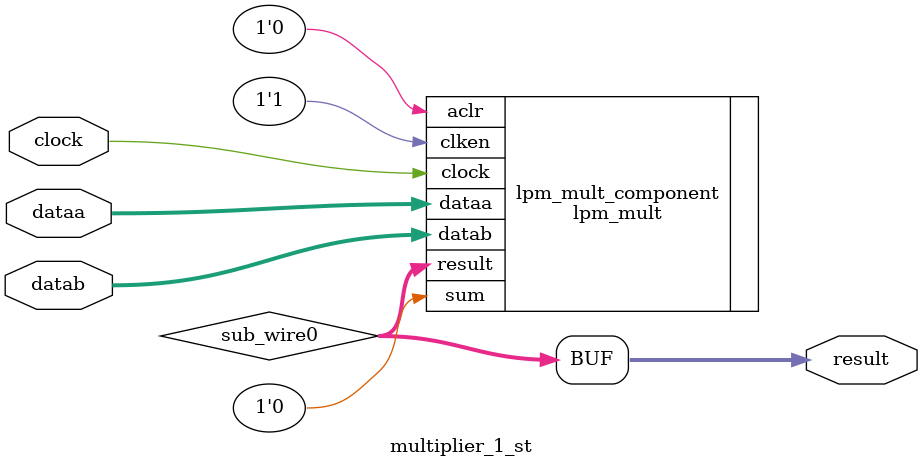
<source format=v>
`timescale 1 ps / 1 ps
module multiplier_1_st (
	clock,
	dataa,
	datab,
	result);

	input	  clock;
	input	[11:0]  dataa;
	input	[13:0]  datab;
	output	[15:0]  result;

	wire [15:0] sub_wire0;
	wire [15:0] result = sub_wire0[15:0];

	lpm_mult	lpm_mult_component (
				.dataa (dataa),
				.datab (datab),
				.clock (clock),
				.result (sub_wire0),
				.aclr (1'b0),
				.clken (1'b1),
				.sum (1'b0));
	defparam
		lpm_mult_component.lpm_hint = "MAXIMIZE_SPEED=5",
		lpm_mult_component.lpm_pipeline = 1,
		lpm_mult_component.lpm_representation = "SIGNED",
		lpm_mult_component.lpm_type = "LPM_MULT",
		lpm_mult_component.lpm_widtha = 12,
		lpm_mult_component.lpm_widthb = 14,
		lpm_mult_component.lpm_widthp = 16;


endmodule

</source>
